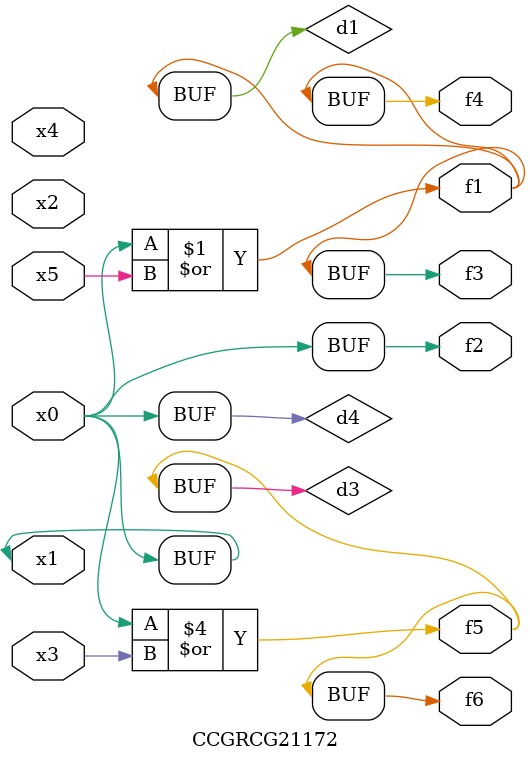
<source format=v>
module CCGRCG21172(
	input x0, x1, x2, x3, x4, x5,
	output f1, f2, f3, f4, f5, f6
);

	wire d1, d2, d3, d4;

	or (d1, x0, x5);
	xnor (d2, x1, x4);
	or (d3, x0, x3);
	buf (d4, x0, x1);
	assign f1 = d1;
	assign f2 = d4;
	assign f3 = d1;
	assign f4 = d1;
	assign f5 = d3;
	assign f6 = d3;
endmodule

</source>
